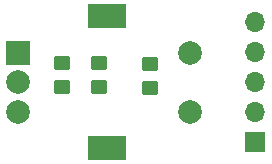
<source format=gbr>
%TF.GenerationSoftware,KiCad,Pcbnew,7.0.6*%
%TF.CreationDate,2023-09-12T23:14:46-07:00*%
%TF.ProjectId,Rotary Encoder Board,526f7461-7279-4204-956e-636f64657220,rev?*%
%TF.SameCoordinates,Original*%
%TF.FileFunction,Soldermask,Bot*%
%TF.FilePolarity,Negative*%
%FSLAX46Y46*%
G04 Gerber Fmt 4.6, Leading zero omitted, Abs format (unit mm)*
G04 Created by KiCad (PCBNEW 7.0.6) date 2023-09-12 23:14:46*
%MOMM*%
%LPD*%
G01*
G04 APERTURE LIST*
G04 Aperture macros list*
%AMRoundRect*
0 Rectangle with rounded corners*
0 $1 Rounding radius*
0 $2 $3 $4 $5 $6 $7 $8 $9 X,Y pos of 4 corners*
0 Add a 4 corners polygon primitive as box body*
4,1,4,$2,$3,$4,$5,$6,$7,$8,$9,$2,$3,0*
0 Add four circle primitives for the rounded corners*
1,1,$1+$1,$2,$3*
1,1,$1+$1,$4,$5*
1,1,$1+$1,$6,$7*
1,1,$1+$1,$8,$9*
0 Add four rect primitives between the rounded corners*
20,1,$1+$1,$2,$3,$4,$5,0*
20,1,$1+$1,$4,$5,$6,$7,0*
20,1,$1+$1,$6,$7,$8,$9,0*
20,1,$1+$1,$8,$9,$2,$3,0*%
G04 Aperture macros list end*
%ADD10R,2.000000X2.000000*%
%ADD11C,2.000000*%
%ADD12R,3.200000X2.000000*%
%ADD13RoundRect,0.250000X-0.450000X0.350000X-0.450000X-0.350000X0.450000X-0.350000X0.450000X0.350000X0*%
%ADD14R,1.700000X1.700000*%
%ADD15O,1.700000X1.700000*%
G04 APERTURE END LIST*
D10*
%TO.C,SW1*%
X132089000Y-84507000D03*
D11*
X132089000Y-89507000D03*
X132089000Y-87007000D03*
D12*
X139589000Y-81407000D03*
X139589000Y-92607000D03*
D11*
X146589000Y-89507000D03*
X146589000Y-84507000D03*
%TD*%
D13*
%TO.C,R1*%
X138897831Y-85400000D03*
X138897831Y-87400000D03*
%TD*%
%TO.C,R2*%
X135763000Y-85412500D03*
X135763000Y-87412500D03*
%TD*%
D14*
%TO.C,J1*%
X152151190Y-92110000D03*
D15*
X152151190Y-89570000D03*
X152151190Y-87030000D03*
X152151190Y-84490000D03*
X152151190Y-81950000D03*
%TD*%
D13*
%TO.C,R3*%
X143256000Y-85487000D03*
X143256000Y-87487000D03*
%TD*%
M02*

</source>
